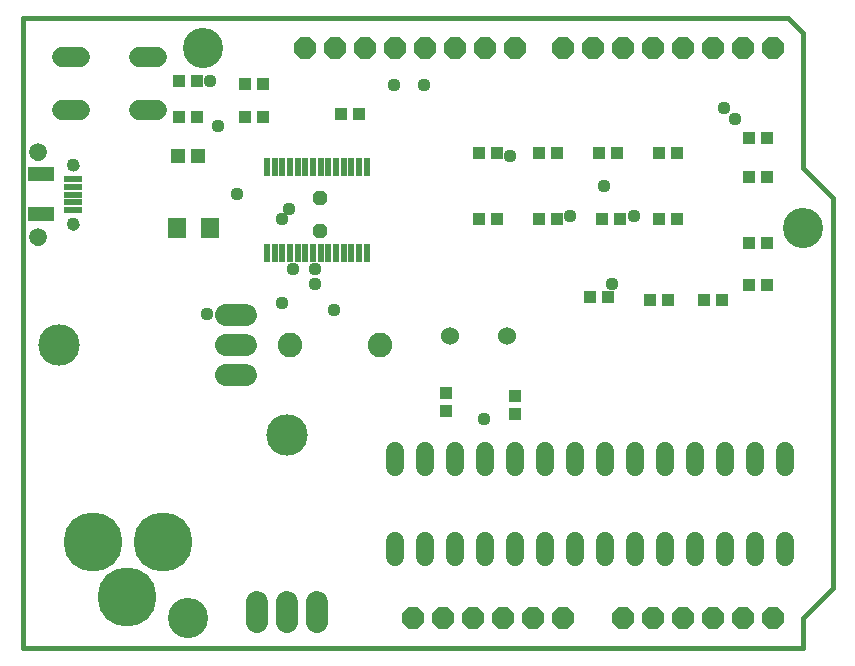
<source format=gts>
G75*
%MOIN*%
%OFA0B0*%
%FSLAX25Y25*%
%IPPOS*%
%LPD*%
%AMOC8*
5,1,8,0,0,1.08239X$1,22.5*
%
%ADD10C,0.01600*%
%ADD11C,0.07400*%
%ADD12C,0.00000*%
%ADD13C,0.13800*%
%ADD14C,0.06000*%
%ADD15C,0.06800*%
%ADD16OC8,0.07400*%
%ADD17C,0.13398*%
%ADD18C,0.19698*%
%ADD19C,0.06000*%
%ADD20C,0.08200*%
%ADD21R,0.03950X0.03950*%
%ADD22R,0.06312X0.07099*%
%ADD23R,0.05131X0.04737*%
%ADD24R,0.02170X0.06300*%
%ADD25R,0.06115X0.02178*%
%ADD26C,0.05918*%
%ADD27C,0.04343*%
%ADD28R,0.09068X0.05131*%
%ADD29C,0.04400*%
%ADD30OC8,0.04762*%
D10*
X0027000Y0006800D02*
X0027000Y0216800D01*
X0282000Y0216800D01*
X0287000Y0211800D01*
X0287000Y0166800D01*
X0297000Y0156800D01*
X0297000Y0026800D01*
X0287000Y0016800D01*
X0287000Y0006800D01*
X0027000Y0006800D01*
D11*
X0105000Y0015500D02*
X0105000Y0022100D01*
X0115000Y0022100D02*
X0115000Y0015500D01*
X0125000Y0015500D02*
X0125000Y0022100D01*
X0101300Y0097800D02*
X0094700Y0097800D01*
X0094700Y0107800D02*
X0101300Y0107800D01*
X0101300Y0117800D02*
X0094700Y0117800D01*
D12*
X0042039Y0147957D02*
X0042041Y0148041D01*
X0042047Y0148124D01*
X0042057Y0148207D01*
X0042071Y0148290D01*
X0042088Y0148372D01*
X0042110Y0148453D01*
X0042135Y0148532D01*
X0042164Y0148611D01*
X0042197Y0148688D01*
X0042233Y0148763D01*
X0042273Y0148837D01*
X0042316Y0148909D01*
X0042363Y0148978D01*
X0042413Y0149045D01*
X0042466Y0149110D01*
X0042522Y0149172D01*
X0042580Y0149232D01*
X0042642Y0149289D01*
X0042706Y0149342D01*
X0042773Y0149393D01*
X0042842Y0149440D01*
X0042913Y0149485D01*
X0042986Y0149525D01*
X0043061Y0149562D01*
X0043138Y0149596D01*
X0043216Y0149626D01*
X0043295Y0149652D01*
X0043376Y0149675D01*
X0043458Y0149693D01*
X0043540Y0149708D01*
X0043623Y0149719D01*
X0043706Y0149726D01*
X0043790Y0149729D01*
X0043874Y0149728D01*
X0043957Y0149723D01*
X0044041Y0149714D01*
X0044123Y0149701D01*
X0044205Y0149685D01*
X0044286Y0149664D01*
X0044367Y0149640D01*
X0044445Y0149612D01*
X0044523Y0149580D01*
X0044599Y0149544D01*
X0044673Y0149505D01*
X0044745Y0149463D01*
X0044815Y0149417D01*
X0044883Y0149368D01*
X0044948Y0149316D01*
X0045011Y0149261D01*
X0045071Y0149203D01*
X0045129Y0149142D01*
X0045183Y0149078D01*
X0045235Y0149012D01*
X0045283Y0148944D01*
X0045328Y0148873D01*
X0045369Y0148800D01*
X0045408Y0148726D01*
X0045442Y0148650D01*
X0045473Y0148572D01*
X0045500Y0148493D01*
X0045524Y0148412D01*
X0045543Y0148331D01*
X0045559Y0148249D01*
X0045571Y0148166D01*
X0045579Y0148082D01*
X0045583Y0147999D01*
X0045583Y0147915D01*
X0045579Y0147832D01*
X0045571Y0147748D01*
X0045559Y0147665D01*
X0045543Y0147583D01*
X0045524Y0147502D01*
X0045500Y0147421D01*
X0045473Y0147342D01*
X0045442Y0147264D01*
X0045408Y0147188D01*
X0045369Y0147114D01*
X0045328Y0147041D01*
X0045283Y0146970D01*
X0045235Y0146902D01*
X0045183Y0146836D01*
X0045129Y0146772D01*
X0045071Y0146711D01*
X0045011Y0146653D01*
X0044948Y0146598D01*
X0044883Y0146546D01*
X0044815Y0146497D01*
X0044745Y0146451D01*
X0044673Y0146409D01*
X0044599Y0146370D01*
X0044523Y0146334D01*
X0044445Y0146302D01*
X0044367Y0146274D01*
X0044286Y0146250D01*
X0044205Y0146229D01*
X0044123Y0146213D01*
X0044041Y0146200D01*
X0043957Y0146191D01*
X0043874Y0146186D01*
X0043790Y0146185D01*
X0043706Y0146188D01*
X0043623Y0146195D01*
X0043540Y0146206D01*
X0043458Y0146221D01*
X0043376Y0146239D01*
X0043295Y0146262D01*
X0043216Y0146288D01*
X0043138Y0146318D01*
X0043061Y0146352D01*
X0042986Y0146389D01*
X0042913Y0146429D01*
X0042842Y0146474D01*
X0042773Y0146521D01*
X0042706Y0146572D01*
X0042642Y0146625D01*
X0042580Y0146682D01*
X0042522Y0146742D01*
X0042466Y0146804D01*
X0042413Y0146869D01*
X0042363Y0146936D01*
X0042316Y0147005D01*
X0042273Y0147077D01*
X0042233Y0147151D01*
X0042197Y0147226D01*
X0042164Y0147303D01*
X0042135Y0147382D01*
X0042110Y0147461D01*
X0042088Y0147542D01*
X0042071Y0147624D01*
X0042057Y0147707D01*
X0042047Y0147790D01*
X0042041Y0147873D01*
X0042039Y0147957D01*
X0029441Y0143627D02*
X0029443Y0143728D01*
X0029449Y0143829D01*
X0029459Y0143930D01*
X0029473Y0144030D01*
X0029491Y0144129D01*
X0029513Y0144228D01*
X0029538Y0144326D01*
X0029568Y0144423D01*
X0029601Y0144518D01*
X0029638Y0144612D01*
X0029679Y0144705D01*
X0029723Y0144796D01*
X0029771Y0144885D01*
X0029823Y0144972D01*
X0029878Y0145057D01*
X0029936Y0145139D01*
X0029997Y0145220D01*
X0030062Y0145298D01*
X0030129Y0145373D01*
X0030199Y0145445D01*
X0030273Y0145515D01*
X0030349Y0145582D01*
X0030427Y0145646D01*
X0030508Y0145706D01*
X0030591Y0145763D01*
X0030677Y0145817D01*
X0030765Y0145868D01*
X0030854Y0145915D01*
X0030945Y0145959D01*
X0031038Y0145998D01*
X0031133Y0146035D01*
X0031228Y0146067D01*
X0031325Y0146096D01*
X0031424Y0146120D01*
X0031522Y0146141D01*
X0031622Y0146158D01*
X0031722Y0146171D01*
X0031823Y0146180D01*
X0031924Y0146185D01*
X0032025Y0146186D01*
X0032126Y0146183D01*
X0032227Y0146176D01*
X0032328Y0146165D01*
X0032428Y0146150D01*
X0032527Y0146131D01*
X0032626Y0146108D01*
X0032723Y0146082D01*
X0032820Y0146051D01*
X0032915Y0146017D01*
X0033008Y0145979D01*
X0033101Y0145937D01*
X0033191Y0145892D01*
X0033280Y0145843D01*
X0033366Y0145791D01*
X0033450Y0145735D01*
X0033533Y0145676D01*
X0033612Y0145614D01*
X0033690Y0145549D01*
X0033764Y0145481D01*
X0033836Y0145409D01*
X0033905Y0145336D01*
X0033971Y0145259D01*
X0034034Y0145180D01*
X0034094Y0145098D01*
X0034150Y0145014D01*
X0034203Y0144928D01*
X0034253Y0144840D01*
X0034299Y0144750D01*
X0034342Y0144659D01*
X0034381Y0144565D01*
X0034416Y0144470D01*
X0034447Y0144374D01*
X0034475Y0144277D01*
X0034499Y0144179D01*
X0034519Y0144080D01*
X0034535Y0143980D01*
X0034547Y0143879D01*
X0034555Y0143779D01*
X0034559Y0143678D01*
X0034559Y0143576D01*
X0034555Y0143475D01*
X0034547Y0143375D01*
X0034535Y0143274D01*
X0034519Y0143174D01*
X0034499Y0143075D01*
X0034475Y0142977D01*
X0034447Y0142880D01*
X0034416Y0142784D01*
X0034381Y0142689D01*
X0034342Y0142595D01*
X0034299Y0142504D01*
X0034253Y0142414D01*
X0034203Y0142326D01*
X0034150Y0142240D01*
X0034094Y0142156D01*
X0034034Y0142074D01*
X0033971Y0141995D01*
X0033905Y0141918D01*
X0033836Y0141845D01*
X0033764Y0141773D01*
X0033690Y0141705D01*
X0033612Y0141640D01*
X0033533Y0141578D01*
X0033450Y0141519D01*
X0033366Y0141463D01*
X0033279Y0141411D01*
X0033191Y0141362D01*
X0033101Y0141317D01*
X0033008Y0141275D01*
X0032915Y0141237D01*
X0032820Y0141203D01*
X0032723Y0141172D01*
X0032626Y0141146D01*
X0032527Y0141123D01*
X0032428Y0141104D01*
X0032328Y0141089D01*
X0032227Y0141078D01*
X0032126Y0141071D01*
X0032025Y0141068D01*
X0031924Y0141069D01*
X0031823Y0141074D01*
X0031722Y0141083D01*
X0031622Y0141096D01*
X0031522Y0141113D01*
X0031424Y0141134D01*
X0031325Y0141158D01*
X0031228Y0141187D01*
X0031133Y0141219D01*
X0031038Y0141256D01*
X0030945Y0141295D01*
X0030854Y0141339D01*
X0030765Y0141386D01*
X0030677Y0141437D01*
X0030591Y0141491D01*
X0030508Y0141548D01*
X0030427Y0141608D01*
X0030349Y0141672D01*
X0030273Y0141739D01*
X0030199Y0141809D01*
X0030129Y0141881D01*
X0030062Y0141956D01*
X0029997Y0142034D01*
X0029936Y0142115D01*
X0029878Y0142197D01*
X0029823Y0142282D01*
X0029771Y0142369D01*
X0029723Y0142458D01*
X0029679Y0142549D01*
X0029638Y0142642D01*
X0029601Y0142736D01*
X0029568Y0142831D01*
X0029538Y0142928D01*
X0029513Y0143026D01*
X0029491Y0143125D01*
X0029473Y0143224D01*
X0029459Y0143324D01*
X0029449Y0143425D01*
X0029443Y0143526D01*
X0029441Y0143627D01*
X0042039Y0167643D02*
X0042041Y0167727D01*
X0042047Y0167810D01*
X0042057Y0167893D01*
X0042071Y0167976D01*
X0042088Y0168058D01*
X0042110Y0168139D01*
X0042135Y0168218D01*
X0042164Y0168297D01*
X0042197Y0168374D01*
X0042233Y0168449D01*
X0042273Y0168523D01*
X0042316Y0168595D01*
X0042363Y0168664D01*
X0042413Y0168731D01*
X0042466Y0168796D01*
X0042522Y0168858D01*
X0042580Y0168918D01*
X0042642Y0168975D01*
X0042706Y0169028D01*
X0042773Y0169079D01*
X0042842Y0169126D01*
X0042913Y0169171D01*
X0042986Y0169211D01*
X0043061Y0169248D01*
X0043138Y0169282D01*
X0043216Y0169312D01*
X0043295Y0169338D01*
X0043376Y0169361D01*
X0043458Y0169379D01*
X0043540Y0169394D01*
X0043623Y0169405D01*
X0043706Y0169412D01*
X0043790Y0169415D01*
X0043874Y0169414D01*
X0043957Y0169409D01*
X0044041Y0169400D01*
X0044123Y0169387D01*
X0044205Y0169371D01*
X0044286Y0169350D01*
X0044367Y0169326D01*
X0044445Y0169298D01*
X0044523Y0169266D01*
X0044599Y0169230D01*
X0044673Y0169191D01*
X0044745Y0169149D01*
X0044815Y0169103D01*
X0044883Y0169054D01*
X0044948Y0169002D01*
X0045011Y0168947D01*
X0045071Y0168889D01*
X0045129Y0168828D01*
X0045183Y0168764D01*
X0045235Y0168698D01*
X0045283Y0168630D01*
X0045328Y0168559D01*
X0045369Y0168486D01*
X0045408Y0168412D01*
X0045442Y0168336D01*
X0045473Y0168258D01*
X0045500Y0168179D01*
X0045524Y0168098D01*
X0045543Y0168017D01*
X0045559Y0167935D01*
X0045571Y0167852D01*
X0045579Y0167768D01*
X0045583Y0167685D01*
X0045583Y0167601D01*
X0045579Y0167518D01*
X0045571Y0167434D01*
X0045559Y0167351D01*
X0045543Y0167269D01*
X0045524Y0167188D01*
X0045500Y0167107D01*
X0045473Y0167028D01*
X0045442Y0166950D01*
X0045408Y0166874D01*
X0045369Y0166800D01*
X0045328Y0166727D01*
X0045283Y0166656D01*
X0045235Y0166588D01*
X0045183Y0166522D01*
X0045129Y0166458D01*
X0045071Y0166397D01*
X0045011Y0166339D01*
X0044948Y0166284D01*
X0044883Y0166232D01*
X0044815Y0166183D01*
X0044745Y0166137D01*
X0044673Y0166095D01*
X0044599Y0166056D01*
X0044523Y0166020D01*
X0044445Y0165988D01*
X0044367Y0165960D01*
X0044286Y0165936D01*
X0044205Y0165915D01*
X0044123Y0165899D01*
X0044041Y0165886D01*
X0043957Y0165877D01*
X0043874Y0165872D01*
X0043790Y0165871D01*
X0043706Y0165874D01*
X0043623Y0165881D01*
X0043540Y0165892D01*
X0043458Y0165907D01*
X0043376Y0165925D01*
X0043295Y0165948D01*
X0043216Y0165974D01*
X0043138Y0166004D01*
X0043061Y0166038D01*
X0042986Y0166075D01*
X0042913Y0166115D01*
X0042842Y0166160D01*
X0042773Y0166207D01*
X0042706Y0166258D01*
X0042642Y0166311D01*
X0042580Y0166368D01*
X0042522Y0166428D01*
X0042466Y0166490D01*
X0042413Y0166555D01*
X0042363Y0166622D01*
X0042316Y0166691D01*
X0042273Y0166763D01*
X0042233Y0166837D01*
X0042197Y0166912D01*
X0042164Y0166989D01*
X0042135Y0167068D01*
X0042110Y0167147D01*
X0042088Y0167228D01*
X0042071Y0167310D01*
X0042057Y0167393D01*
X0042047Y0167476D01*
X0042041Y0167559D01*
X0042039Y0167643D01*
X0029441Y0171973D02*
X0029443Y0172074D01*
X0029449Y0172175D01*
X0029459Y0172276D01*
X0029473Y0172376D01*
X0029491Y0172475D01*
X0029513Y0172574D01*
X0029538Y0172672D01*
X0029568Y0172769D01*
X0029601Y0172864D01*
X0029638Y0172958D01*
X0029679Y0173051D01*
X0029723Y0173142D01*
X0029771Y0173231D01*
X0029823Y0173318D01*
X0029878Y0173403D01*
X0029936Y0173485D01*
X0029997Y0173566D01*
X0030062Y0173644D01*
X0030129Y0173719D01*
X0030199Y0173791D01*
X0030273Y0173861D01*
X0030349Y0173928D01*
X0030427Y0173992D01*
X0030508Y0174052D01*
X0030591Y0174109D01*
X0030677Y0174163D01*
X0030765Y0174214D01*
X0030854Y0174261D01*
X0030945Y0174305D01*
X0031038Y0174344D01*
X0031133Y0174381D01*
X0031228Y0174413D01*
X0031325Y0174442D01*
X0031424Y0174466D01*
X0031522Y0174487D01*
X0031622Y0174504D01*
X0031722Y0174517D01*
X0031823Y0174526D01*
X0031924Y0174531D01*
X0032025Y0174532D01*
X0032126Y0174529D01*
X0032227Y0174522D01*
X0032328Y0174511D01*
X0032428Y0174496D01*
X0032527Y0174477D01*
X0032626Y0174454D01*
X0032723Y0174428D01*
X0032820Y0174397D01*
X0032915Y0174363D01*
X0033008Y0174325D01*
X0033101Y0174283D01*
X0033191Y0174238D01*
X0033280Y0174189D01*
X0033366Y0174137D01*
X0033450Y0174081D01*
X0033533Y0174022D01*
X0033612Y0173960D01*
X0033690Y0173895D01*
X0033764Y0173827D01*
X0033836Y0173755D01*
X0033905Y0173682D01*
X0033971Y0173605D01*
X0034034Y0173526D01*
X0034094Y0173444D01*
X0034150Y0173360D01*
X0034203Y0173274D01*
X0034253Y0173186D01*
X0034299Y0173096D01*
X0034342Y0173005D01*
X0034381Y0172911D01*
X0034416Y0172816D01*
X0034447Y0172720D01*
X0034475Y0172623D01*
X0034499Y0172525D01*
X0034519Y0172426D01*
X0034535Y0172326D01*
X0034547Y0172225D01*
X0034555Y0172125D01*
X0034559Y0172024D01*
X0034559Y0171922D01*
X0034555Y0171821D01*
X0034547Y0171721D01*
X0034535Y0171620D01*
X0034519Y0171520D01*
X0034499Y0171421D01*
X0034475Y0171323D01*
X0034447Y0171226D01*
X0034416Y0171130D01*
X0034381Y0171035D01*
X0034342Y0170941D01*
X0034299Y0170850D01*
X0034253Y0170760D01*
X0034203Y0170672D01*
X0034150Y0170586D01*
X0034094Y0170502D01*
X0034034Y0170420D01*
X0033971Y0170341D01*
X0033905Y0170264D01*
X0033836Y0170191D01*
X0033764Y0170119D01*
X0033690Y0170051D01*
X0033612Y0169986D01*
X0033533Y0169924D01*
X0033450Y0169865D01*
X0033366Y0169809D01*
X0033279Y0169757D01*
X0033191Y0169708D01*
X0033101Y0169663D01*
X0033008Y0169621D01*
X0032915Y0169583D01*
X0032820Y0169549D01*
X0032723Y0169518D01*
X0032626Y0169492D01*
X0032527Y0169469D01*
X0032428Y0169450D01*
X0032328Y0169435D01*
X0032227Y0169424D01*
X0032126Y0169417D01*
X0032025Y0169414D01*
X0031924Y0169415D01*
X0031823Y0169420D01*
X0031722Y0169429D01*
X0031622Y0169442D01*
X0031522Y0169459D01*
X0031424Y0169480D01*
X0031325Y0169504D01*
X0031228Y0169533D01*
X0031133Y0169565D01*
X0031038Y0169602D01*
X0030945Y0169641D01*
X0030854Y0169685D01*
X0030765Y0169732D01*
X0030677Y0169783D01*
X0030591Y0169837D01*
X0030508Y0169894D01*
X0030427Y0169954D01*
X0030349Y0170018D01*
X0030273Y0170085D01*
X0030199Y0170155D01*
X0030129Y0170227D01*
X0030062Y0170302D01*
X0029997Y0170380D01*
X0029936Y0170461D01*
X0029878Y0170543D01*
X0029823Y0170628D01*
X0029771Y0170715D01*
X0029723Y0170804D01*
X0029679Y0170895D01*
X0029638Y0170988D01*
X0029601Y0171082D01*
X0029568Y0171177D01*
X0029538Y0171274D01*
X0029513Y0171372D01*
X0029491Y0171471D01*
X0029473Y0171570D01*
X0029459Y0171670D01*
X0029449Y0171771D01*
X0029443Y0171872D01*
X0029441Y0171973D01*
X0080701Y0206800D02*
X0080703Y0206958D01*
X0080709Y0207116D01*
X0080719Y0207274D01*
X0080733Y0207432D01*
X0080751Y0207589D01*
X0080772Y0207746D01*
X0080798Y0207902D01*
X0080828Y0208058D01*
X0080861Y0208213D01*
X0080899Y0208366D01*
X0080940Y0208519D01*
X0080985Y0208671D01*
X0081034Y0208822D01*
X0081087Y0208971D01*
X0081143Y0209119D01*
X0081203Y0209265D01*
X0081267Y0209410D01*
X0081335Y0209553D01*
X0081406Y0209695D01*
X0081480Y0209835D01*
X0081558Y0209972D01*
X0081640Y0210108D01*
X0081724Y0210242D01*
X0081813Y0210373D01*
X0081904Y0210502D01*
X0081999Y0210629D01*
X0082096Y0210754D01*
X0082197Y0210876D01*
X0082301Y0210995D01*
X0082408Y0211112D01*
X0082518Y0211226D01*
X0082631Y0211337D01*
X0082746Y0211446D01*
X0082864Y0211551D01*
X0082985Y0211653D01*
X0083108Y0211753D01*
X0083234Y0211849D01*
X0083362Y0211942D01*
X0083492Y0212032D01*
X0083625Y0212118D01*
X0083760Y0212202D01*
X0083896Y0212281D01*
X0084035Y0212358D01*
X0084176Y0212430D01*
X0084318Y0212500D01*
X0084462Y0212565D01*
X0084608Y0212627D01*
X0084755Y0212685D01*
X0084904Y0212740D01*
X0085054Y0212791D01*
X0085205Y0212838D01*
X0085357Y0212881D01*
X0085510Y0212920D01*
X0085665Y0212956D01*
X0085820Y0212987D01*
X0085976Y0213015D01*
X0086132Y0213039D01*
X0086289Y0213059D01*
X0086447Y0213075D01*
X0086604Y0213087D01*
X0086763Y0213095D01*
X0086921Y0213099D01*
X0087079Y0213099D01*
X0087237Y0213095D01*
X0087396Y0213087D01*
X0087553Y0213075D01*
X0087711Y0213059D01*
X0087868Y0213039D01*
X0088024Y0213015D01*
X0088180Y0212987D01*
X0088335Y0212956D01*
X0088490Y0212920D01*
X0088643Y0212881D01*
X0088795Y0212838D01*
X0088946Y0212791D01*
X0089096Y0212740D01*
X0089245Y0212685D01*
X0089392Y0212627D01*
X0089538Y0212565D01*
X0089682Y0212500D01*
X0089824Y0212430D01*
X0089965Y0212358D01*
X0090104Y0212281D01*
X0090240Y0212202D01*
X0090375Y0212118D01*
X0090508Y0212032D01*
X0090638Y0211942D01*
X0090766Y0211849D01*
X0090892Y0211753D01*
X0091015Y0211653D01*
X0091136Y0211551D01*
X0091254Y0211446D01*
X0091369Y0211337D01*
X0091482Y0211226D01*
X0091592Y0211112D01*
X0091699Y0210995D01*
X0091803Y0210876D01*
X0091904Y0210754D01*
X0092001Y0210629D01*
X0092096Y0210502D01*
X0092187Y0210373D01*
X0092276Y0210242D01*
X0092360Y0210108D01*
X0092442Y0209972D01*
X0092520Y0209835D01*
X0092594Y0209695D01*
X0092665Y0209553D01*
X0092733Y0209410D01*
X0092797Y0209265D01*
X0092857Y0209119D01*
X0092913Y0208971D01*
X0092966Y0208822D01*
X0093015Y0208671D01*
X0093060Y0208519D01*
X0093101Y0208366D01*
X0093139Y0208213D01*
X0093172Y0208058D01*
X0093202Y0207902D01*
X0093228Y0207746D01*
X0093249Y0207589D01*
X0093267Y0207432D01*
X0093281Y0207274D01*
X0093291Y0207116D01*
X0093297Y0206958D01*
X0093299Y0206800D01*
X0093297Y0206642D01*
X0093291Y0206484D01*
X0093281Y0206326D01*
X0093267Y0206168D01*
X0093249Y0206011D01*
X0093228Y0205854D01*
X0093202Y0205698D01*
X0093172Y0205542D01*
X0093139Y0205387D01*
X0093101Y0205234D01*
X0093060Y0205081D01*
X0093015Y0204929D01*
X0092966Y0204778D01*
X0092913Y0204629D01*
X0092857Y0204481D01*
X0092797Y0204335D01*
X0092733Y0204190D01*
X0092665Y0204047D01*
X0092594Y0203905D01*
X0092520Y0203765D01*
X0092442Y0203628D01*
X0092360Y0203492D01*
X0092276Y0203358D01*
X0092187Y0203227D01*
X0092096Y0203098D01*
X0092001Y0202971D01*
X0091904Y0202846D01*
X0091803Y0202724D01*
X0091699Y0202605D01*
X0091592Y0202488D01*
X0091482Y0202374D01*
X0091369Y0202263D01*
X0091254Y0202154D01*
X0091136Y0202049D01*
X0091015Y0201947D01*
X0090892Y0201847D01*
X0090766Y0201751D01*
X0090638Y0201658D01*
X0090508Y0201568D01*
X0090375Y0201482D01*
X0090240Y0201398D01*
X0090104Y0201319D01*
X0089965Y0201242D01*
X0089824Y0201170D01*
X0089682Y0201100D01*
X0089538Y0201035D01*
X0089392Y0200973D01*
X0089245Y0200915D01*
X0089096Y0200860D01*
X0088946Y0200809D01*
X0088795Y0200762D01*
X0088643Y0200719D01*
X0088490Y0200680D01*
X0088335Y0200644D01*
X0088180Y0200613D01*
X0088024Y0200585D01*
X0087868Y0200561D01*
X0087711Y0200541D01*
X0087553Y0200525D01*
X0087396Y0200513D01*
X0087237Y0200505D01*
X0087079Y0200501D01*
X0086921Y0200501D01*
X0086763Y0200505D01*
X0086604Y0200513D01*
X0086447Y0200525D01*
X0086289Y0200541D01*
X0086132Y0200561D01*
X0085976Y0200585D01*
X0085820Y0200613D01*
X0085665Y0200644D01*
X0085510Y0200680D01*
X0085357Y0200719D01*
X0085205Y0200762D01*
X0085054Y0200809D01*
X0084904Y0200860D01*
X0084755Y0200915D01*
X0084608Y0200973D01*
X0084462Y0201035D01*
X0084318Y0201100D01*
X0084176Y0201170D01*
X0084035Y0201242D01*
X0083896Y0201319D01*
X0083760Y0201398D01*
X0083625Y0201482D01*
X0083492Y0201568D01*
X0083362Y0201658D01*
X0083234Y0201751D01*
X0083108Y0201847D01*
X0082985Y0201947D01*
X0082864Y0202049D01*
X0082746Y0202154D01*
X0082631Y0202263D01*
X0082518Y0202374D01*
X0082408Y0202488D01*
X0082301Y0202605D01*
X0082197Y0202724D01*
X0082096Y0202846D01*
X0081999Y0202971D01*
X0081904Y0203098D01*
X0081813Y0203227D01*
X0081724Y0203358D01*
X0081640Y0203492D01*
X0081558Y0203628D01*
X0081480Y0203765D01*
X0081406Y0203905D01*
X0081335Y0204047D01*
X0081267Y0204190D01*
X0081203Y0204335D01*
X0081143Y0204481D01*
X0081087Y0204629D01*
X0081034Y0204778D01*
X0080985Y0204929D01*
X0080940Y0205081D01*
X0080899Y0205234D01*
X0080861Y0205387D01*
X0080828Y0205542D01*
X0080798Y0205698D01*
X0080772Y0205854D01*
X0080751Y0206011D01*
X0080733Y0206168D01*
X0080719Y0206326D01*
X0080709Y0206484D01*
X0080703Y0206642D01*
X0080701Y0206800D01*
X0032500Y0107800D02*
X0032502Y0107961D01*
X0032508Y0108121D01*
X0032518Y0108282D01*
X0032532Y0108442D01*
X0032550Y0108602D01*
X0032571Y0108761D01*
X0032597Y0108920D01*
X0032627Y0109078D01*
X0032660Y0109235D01*
X0032698Y0109392D01*
X0032739Y0109547D01*
X0032784Y0109701D01*
X0032833Y0109854D01*
X0032886Y0110006D01*
X0032942Y0110157D01*
X0033003Y0110306D01*
X0033066Y0110454D01*
X0033134Y0110600D01*
X0033205Y0110744D01*
X0033279Y0110886D01*
X0033357Y0111027D01*
X0033439Y0111165D01*
X0033524Y0111302D01*
X0033612Y0111436D01*
X0033704Y0111568D01*
X0033799Y0111698D01*
X0033897Y0111826D01*
X0033998Y0111951D01*
X0034102Y0112073D01*
X0034209Y0112193D01*
X0034319Y0112310D01*
X0034432Y0112425D01*
X0034548Y0112536D01*
X0034667Y0112645D01*
X0034788Y0112750D01*
X0034912Y0112853D01*
X0035038Y0112953D01*
X0035166Y0113049D01*
X0035297Y0113142D01*
X0035431Y0113232D01*
X0035566Y0113319D01*
X0035704Y0113402D01*
X0035843Y0113482D01*
X0035985Y0113558D01*
X0036128Y0113631D01*
X0036273Y0113700D01*
X0036420Y0113766D01*
X0036568Y0113828D01*
X0036718Y0113886D01*
X0036869Y0113941D01*
X0037022Y0113992D01*
X0037176Y0114039D01*
X0037331Y0114082D01*
X0037487Y0114121D01*
X0037643Y0114157D01*
X0037801Y0114188D01*
X0037959Y0114216D01*
X0038118Y0114240D01*
X0038278Y0114260D01*
X0038438Y0114276D01*
X0038598Y0114288D01*
X0038759Y0114296D01*
X0038920Y0114300D01*
X0039080Y0114300D01*
X0039241Y0114296D01*
X0039402Y0114288D01*
X0039562Y0114276D01*
X0039722Y0114260D01*
X0039882Y0114240D01*
X0040041Y0114216D01*
X0040199Y0114188D01*
X0040357Y0114157D01*
X0040513Y0114121D01*
X0040669Y0114082D01*
X0040824Y0114039D01*
X0040978Y0113992D01*
X0041131Y0113941D01*
X0041282Y0113886D01*
X0041432Y0113828D01*
X0041580Y0113766D01*
X0041727Y0113700D01*
X0041872Y0113631D01*
X0042015Y0113558D01*
X0042157Y0113482D01*
X0042296Y0113402D01*
X0042434Y0113319D01*
X0042569Y0113232D01*
X0042703Y0113142D01*
X0042834Y0113049D01*
X0042962Y0112953D01*
X0043088Y0112853D01*
X0043212Y0112750D01*
X0043333Y0112645D01*
X0043452Y0112536D01*
X0043568Y0112425D01*
X0043681Y0112310D01*
X0043791Y0112193D01*
X0043898Y0112073D01*
X0044002Y0111951D01*
X0044103Y0111826D01*
X0044201Y0111698D01*
X0044296Y0111568D01*
X0044388Y0111436D01*
X0044476Y0111302D01*
X0044561Y0111165D01*
X0044643Y0111027D01*
X0044721Y0110886D01*
X0044795Y0110744D01*
X0044866Y0110600D01*
X0044934Y0110454D01*
X0044997Y0110306D01*
X0045058Y0110157D01*
X0045114Y0110006D01*
X0045167Y0109854D01*
X0045216Y0109701D01*
X0045261Y0109547D01*
X0045302Y0109392D01*
X0045340Y0109235D01*
X0045373Y0109078D01*
X0045403Y0108920D01*
X0045429Y0108761D01*
X0045450Y0108602D01*
X0045468Y0108442D01*
X0045482Y0108282D01*
X0045492Y0108121D01*
X0045498Y0107961D01*
X0045500Y0107800D01*
X0045498Y0107639D01*
X0045492Y0107479D01*
X0045482Y0107318D01*
X0045468Y0107158D01*
X0045450Y0106998D01*
X0045429Y0106839D01*
X0045403Y0106680D01*
X0045373Y0106522D01*
X0045340Y0106365D01*
X0045302Y0106208D01*
X0045261Y0106053D01*
X0045216Y0105899D01*
X0045167Y0105746D01*
X0045114Y0105594D01*
X0045058Y0105443D01*
X0044997Y0105294D01*
X0044934Y0105146D01*
X0044866Y0105000D01*
X0044795Y0104856D01*
X0044721Y0104714D01*
X0044643Y0104573D01*
X0044561Y0104435D01*
X0044476Y0104298D01*
X0044388Y0104164D01*
X0044296Y0104032D01*
X0044201Y0103902D01*
X0044103Y0103774D01*
X0044002Y0103649D01*
X0043898Y0103527D01*
X0043791Y0103407D01*
X0043681Y0103290D01*
X0043568Y0103175D01*
X0043452Y0103064D01*
X0043333Y0102955D01*
X0043212Y0102850D01*
X0043088Y0102747D01*
X0042962Y0102647D01*
X0042834Y0102551D01*
X0042703Y0102458D01*
X0042569Y0102368D01*
X0042434Y0102281D01*
X0042296Y0102198D01*
X0042157Y0102118D01*
X0042015Y0102042D01*
X0041872Y0101969D01*
X0041727Y0101900D01*
X0041580Y0101834D01*
X0041432Y0101772D01*
X0041282Y0101714D01*
X0041131Y0101659D01*
X0040978Y0101608D01*
X0040824Y0101561D01*
X0040669Y0101518D01*
X0040513Y0101479D01*
X0040357Y0101443D01*
X0040199Y0101412D01*
X0040041Y0101384D01*
X0039882Y0101360D01*
X0039722Y0101340D01*
X0039562Y0101324D01*
X0039402Y0101312D01*
X0039241Y0101304D01*
X0039080Y0101300D01*
X0038920Y0101300D01*
X0038759Y0101304D01*
X0038598Y0101312D01*
X0038438Y0101324D01*
X0038278Y0101340D01*
X0038118Y0101360D01*
X0037959Y0101384D01*
X0037801Y0101412D01*
X0037643Y0101443D01*
X0037487Y0101479D01*
X0037331Y0101518D01*
X0037176Y0101561D01*
X0037022Y0101608D01*
X0036869Y0101659D01*
X0036718Y0101714D01*
X0036568Y0101772D01*
X0036420Y0101834D01*
X0036273Y0101900D01*
X0036128Y0101969D01*
X0035985Y0102042D01*
X0035843Y0102118D01*
X0035704Y0102198D01*
X0035566Y0102281D01*
X0035431Y0102368D01*
X0035297Y0102458D01*
X0035166Y0102551D01*
X0035038Y0102647D01*
X0034912Y0102747D01*
X0034788Y0102850D01*
X0034667Y0102955D01*
X0034548Y0103064D01*
X0034432Y0103175D01*
X0034319Y0103290D01*
X0034209Y0103407D01*
X0034102Y0103527D01*
X0033998Y0103649D01*
X0033897Y0103774D01*
X0033799Y0103902D01*
X0033704Y0104032D01*
X0033612Y0104164D01*
X0033524Y0104298D01*
X0033439Y0104435D01*
X0033357Y0104573D01*
X0033279Y0104714D01*
X0033205Y0104856D01*
X0033134Y0105000D01*
X0033066Y0105146D01*
X0033003Y0105294D01*
X0032942Y0105443D01*
X0032886Y0105594D01*
X0032833Y0105746D01*
X0032784Y0105899D01*
X0032739Y0106053D01*
X0032698Y0106208D01*
X0032660Y0106365D01*
X0032627Y0106522D01*
X0032597Y0106680D01*
X0032571Y0106839D01*
X0032550Y0106998D01*
X0032532Y0107158D01*
X0032518Y0107318D01*
X0032508Y0107479D01*
X0032502Y0107639D01*
X0032500Y0107800D01*
X0108500Y0077800D02*
X0108502Y0077961D01*
X0108508Y0078121D01*
X0108518Y0078282D01*
X0108532Y0078442D01*
X0108550Y0078602D01*
X0108571Y0078761D01*
X0108597Y0078920D01*
X0108627Y0079078D01*
X0108660Y0079235D01*
X0108698Y0079392D01*
X0108739Y0079547D01*
X0108784Y0079701D01*
X0108833Y0079854D01*
X0108886Y0080006D01*
X0108942Y0080157D01*
X0109003Y0080306D01*
X0109066Y0080454D01*
X0109134Y0080600D01*
X0109205Y0080744D01*
X0109279Y0080886D01*
X0109357Y0081027D01*
X0109439Y0081165D01*
X0109524Y0081302D01*
X0109612Y0081436D01*
X0109704Y0081568D01*
X0109799Y0081698D01*
X0109897Y0081826D01*
X0109998Y0081951D01*
X0110102Y0082073D01*
X0110209Y0082193D01*
X0110319Y0082310D01*
X0110432Y0082425D01*
X0110548Y0082536D01*
X0110667Y0082645D01*
X0110788Y0082750D01*
X0110912Y0082853D01*
X0111038Y0082953D01*
X0111166Y0083049D01*
X0111297Y0083142D01*
X0111431Y0083232D01*
X0111566Y0083319D01*
X0111704Y0083402D01*
X0111843Y0083482D01*
X0111985Y0083558D01*
X0112128Y0083631D01*
X0112273Y0083700D01*
X0112420Y0083766D01*
X0112568Y0083828D01*
X0112718Y0083886D01*
X0112869Y0083941D01*
X0113022Y0083992D01*
X0113176Y0084039D01*
X0113331Y0084082D01*
X0113487Y0084121D01*
X0113643Y0084157D01*
X0113801Y0084188D01*
X0113959Y0084216D01*
X0114118Y0084240D01*
X0114278Y0084260D01*
X0114438Y0084276D01*
X0114598Y0084288D01*
X0114759Y0084296D01*
X0114920Y0084300D01*
X0115080Y0084300D01*
X0115241Y0084296D01*
X0115402Y0084288D01*
X0115562Y0084276D01*
X0115722Y0084260D01*
X0115882Y0084240D01*
X0116041Y0084216D01*
X0116199Y0084188D01*
X0116357Y0084157D01*
X0116513Y0084121D01*
X0116669Y0084082D01*
X0116824Y0084039D01*
X0116978Y0083992D01*
X0117131Y0083941D01*
X0117282Y0083886D01*
X0117432Y0083828D01*
X0117580Y0083766D01*
X0117727Y0083700D01*
X0117872Y0083631D01*
X0118015Y0083558D01*
X0118157Y0083482D01*
X0118296Y0083402D01*
X0118434Y0083319D01*
X0118569Y0083232D01*
X0118703Y0083142D01*
X0118834Y0083049D01*
X0118962Y0082953D01*
X0119088Y0082853D01*
X0119212Y0082750D01*
X0119333Y0082645D01*
X0119452Y0082536D01*
X0119568Y0082425D01*
X0119681Y0082310D01*
X0119791Y0082193D01*
X0119898Y0082073D01*
X0120002Y0081951D01*
X0120103Y0081826D01*
X0120201Y0081698D01*
X0120296Y0081568D01*
X0120388Y0081436D01*
X0120476Y0081302D01*
X0120561Y0081165D01*
X0120643Y0081027D01*
X0120721Y0080886D01*
X0120795Y0080744D01*
X0120866Y0080600D01*
X0120934Y0080454D01*
X0120997Y0080306D01*
X0121058Y0080157D01*
X0121114Y0080006D01*
X0121167Y0079854D01*
X0121216Y0079701D01*
X0121261Y0079547D01*
X0121302Y0079392D01*
X0121340Y0079235D01*
X0121373Y0079078D01*
X0121403Y0078920D01*
X0121429Y0078761D01*
X0121450Y0078602D01*
X0121468Y0078442D01*
X0121482Y0078282D01*
X0121492Y0078121D01*
X0121498Y0077961D01*
X0121500Y0077800D01*
X0121498Y0077639D01*
X0121492Y0077479D01*
X0121482Y0077318D01*
X0121468Y0077158D01*
X0121450Y0076998D01*
X0121429Y0076839D01*
X0121403Y0076680D01*
X0121373Y0076522D01*
X0121340Y0076365D01*
X0121302Y0076208D01*
X0121261Y0076053D01*
X0121216Y0075899D01*
X0121167Y0075746D01*
X0121114Y0075594D01*
X0121058Y0075443D01*
X0120997Y0075294D01*
X0120934Y0075146D01*
X0120866Y0075000D01*
X0120795Y0074856D01*
X0120721Y0074714D01*
X0120643Y0074573D01*
X0120561Y0074435D01*
X0120476Y0074298D01*
X0120388Y0074164D01*
X0120296Y0074032D01*
X0120201Y0073902D01*
X0120103Y0073774D01*
X0120002Y0073649D01*
X0119898Y0073527D01*
X0119791Y0073407D01*
X0119681Y0073290D01*
X0119568Y0073175D01*
X0119452Y0073064D01*
X0119333Y0072955D01*
X0119212Y0072850D01*
X0119088Y0072747D01*
X0118962Y0072647D01*
X0118834Y0072551D01*
X0118703Y0072458D01*
X0118569Y0072368D01*
X0118434Y0072281D01*
X0118296Y0072198D01*
X0118157Y0072118D01*
X0118015Y0072042D01*
X0117872Y0071969D01*
X0117727Y0071900D01*
X0117580Y0071834D01*
X0117432Y0071772D01*
X0117282Y0071714D01*
X0117131Y0071659D01*
X0116978Y0071608D01*
X0116824Y0071561D01*
X0116669Y0071518D01*
X0116513Y0071479D01*
X0116357Y0071443D01*
X0116199Y0071412D01*
X0116041Y0071384D01*
X0115882Y0071360D01*
X0115722Y0071340D01*
X0115562Y0071324D01*
X0115402Y0071312D01*
X0115241Y0071304D01*
X0115080Y0071300D01*
X0114920Y0071300D01*
X0114759Y0071304D01*
X0114598Y0071312D01*
X0114438Y0071324D01*
X0114278Y0071340D01*
X0114118Y0071360D01*
X0113959Y0071384D01*
X0113801Y0071412D01*
X0113643Y0071443D01*
X0113487Y0071479D01*
X0113331Y0071518D01*
X0113176Y0071561D01*
X0113022Y0071608D01*
X0112869Y0071659D01*
X0112718Y0071714D01*
X0112568Y0071772D01*
X0112420Y0071834D01*
X0112273Y0071900D01*
X0112128Y0071969D01*
X0111985Y0072042D01*
X0111843Y0072118D01*
X0111704Y0072198D01*
X0111566Y0072281D01*
X0111431Y0072368D01*
X0111297Y0072458D01*
X0111166Y0072551D01*
X0111038Y0072647D01*
X0110912Y0072747D01*
X0110788Y0072850D01*
X0110667Y0072955D01*
X0110548Y0073064D01*
X0110432Y0073175D01*
X0110319Y0073290D01*
X0110209Y0073407D01*
X0110102Y0073527D01*
X0109998Y0073649D01*
X0109897Y0073774D01*
X0109799Y0073902D01*
X0109704Y0074032D01*
X0109612Y0074164D01*
X0109524Y0074298D01*
X0109439Y0074435D01*
X0109357Y0074573D01*
X0109279Y0074714D01*
X0109205Y0074856D01*
X0109134Y0075000D01*
X0109066Y0075146D01*
X0109003Y0075294D01*
X0108942Y0075443D01*
X0108886Y0075594D01*
X0108833Y0075746D01*
X0108784Y0075899D01*
X0108739Y0076053D01*
X0108698Y0076208D01*
X0108660Y0076365D01*
X0108627Y0076522D01*
X0108597Y0076680D01*
X0108571Y0076839D01*
X0108550Y0076998D01*
X0108532Y0077158D01*
X0108518Y0077318D01*
X0108508Y0077479D01*
X0108502Y0077639D01*
X0108500Y0077800D01*
X0075701Y0016800D02*
X0075703Y0016958D01*
X0075709Y0017116D01*
X0075719Y0017274D01*
X0075733Y0017432D01*
X0075751Y0017589D01*
X0075772Y0017746D01*
X0075798Y0017902D01*
X0075828Y0018058D01*
X0075861Y0018213D01*
X0075899Y0018366D01*
X0075940Y0018519D01*
X0075985Y0018671D01*
X0076034Y0018822D01*
X0076087Y0018971D01*
X0076143Y0019119D01*
X0076203Y0019265D01*
X0076267Y0019410D01*
X0076335Y0019553D01*
X0076406Y0019695D01*
X0076480Y0019835D01*
X0076558Y0019972D01*
X0076640Y0020108D01*
X0076724Y0020242D01*
X0076813Y0020373D01*
X0076904Y0020502D01*
X0076999Y0020629D01*
X0077096Y0020754D01*
X0077197Y0020876D01*
X0077301Y0020995D01*
X0077408Y0021112D01*
X0077518Y0021226D01*
X0077631Y0021337D01*
X0077746Y0021446D01*
X0077864Y0021551D01*
X0077985Y0021653D01*
X0078108Y0021753D01*
X0078234Y0021849D01*
X0078362Y0021942D01*
X0078492Y0022032D01*
X0078625Y0022118D01*
X0078760Y0022202D01*
X0078896Y0022281D01*
X0079035Y0022358D01*
X0079176Y0022430D01*
X0079318Y0022500D01*
X0079462Y0022565D01*
X0079608Y0022627D01*
X0079755Y0022685D01*
X0079904Y0022740D01*
X0080054Y0022791D01*
X0080205Y0022838D01*
X0080357Y0022881D01*
X0080510Y0022920D01*
X0080665Y0022956D01*
X0080820Y0022987D01*
X0080976Y0023015D01*
X0081132Y0023039D01*
X0081289Y0023059D01*
X0081447Y0023075D01*
X0081604Y0023087D01*
X0081763Y0023095D01*
X0081921Y0023099D01*
X0082079Y0023099D01*
X0082237Y0023095D01*
X0082396Y0023087D01*
X0082553Y0023075D01*
X0082711Y0023059D01*
X0082868Y0023039D01*
X0083024Y0023015D01*
X0083180Y0022987D01*
X0083335Y0022956D01*
X0083490Y0022920D01*
X0083643Y0022881D01*
X0083795Y0022838D01*
X0083946Y0022791D01*
X0084096Y0022740D01*
X0084245Y0022685D01*
X0084392Y0022627D01*
X0084538Y0022565D01*
X0084682Y0022500D01*
X0084824Y0022430D01*
X0084965Y0022358D01*
X0085104Y0022281D01*
X0085240Y0022202D01*
X0085375Y0022118D01*
X0085508Y0022032D01*
X0085638Y0021942D01*
X0085766Y0021849D01*
X0085892Y0021753D01*
X0086015Y0021653D01*
X0086136Y0021551D01*
X0086254Y0021446D01*
X0086369Y0021337D01*
X0086482Y0021226D01*
X0086592Y0021112D01*
X0086699Y0020995D01*
X0086803Y0020876D01*
X0086904Y0020754D01*
X0087001Y0020629D01*
X0087096Y0020502D01*
X0087187Y0020373D01*
X0087276Y0020242D01*
X0087360Y0020108D01*
X0087442Y0019972D01*
X0087520Y0019835D01*
X0087594Y0019695D01*
X0087665Y0019553D01*
X0087733Y0019410D01*
X0087797Y0019265D01*
X0087857Y0019119D01*
X0087913Y0018971D01*
X0087966Y0018822D01*
X0088015Y0018671D01*
X0088060Y0018519D01*
X0088101Y0018366D01*
X0088139Y0018213D01*
X0088172Y0018058D01*
X0088202Y0017902D01*
X0088228Y0017746D01*
X0088249Y0017589D01*
X0088267Y0017432D01*
X0088281Y0017274D01*
X0088291Y0017116D01*
X0088297Y0016958D01*
X0088299Y0016800D01*
X0088297Y0016642D01*
X0088291Y0016484D01*
X0088281Y0016326D01*
X0088267Y0016168D01*
X0088249Y0016011D01*
X0088228Y0015854D01*
X0088202Y0015698D01*
X0088172Y0015542D01*
X0088139Y0015387D01*
X0088101Y0015234D01*
X0088060Y0015081D01*
X0088015Y0014929D01*
X0087966Y0014778D01*
X0087913Y0014629D01*
X0087857Y0014481D01*
X0087797Y0014335D01*
X0087733Y0014190D01*
X0087665Y0014047D01*
X0087594Y0013905D01*
X0087520Y0013765D01*
X0087442Y0013628D01*
X0087360Y0013492D01*
X0087276Y0013358D01*
X0087187Y0013227D01*
X0087096Y0013098D01*
X0087001Y0012971D01*
X0086904Y0012846D01*
X0086803Y0012724D01*
X0086699Y0012605D01*
X0086592Y0012488D01*
X0086482Y0012374D01*
X0086369Y0012263D01*
X0086254Y0012154D01*
X0086136Y0012049D01*
X0086015Y0011947D01*
X0085892Y0011847D01*
X0085766Y0011751D01*
X0085638Y0011658D01*
X0085508Y0011568D01*
X0085375Y0011482D01*
X0085240Y0011398D01*
X0085104Y0011319D01*
X0084965Y0011242D01*
X0084824Y0011170D01*
X0084682Y0011100D01*
X0084538Y0011035D01*
X0084392Y0010973D01*
X0084245Y0010915D01*
X0084096Y0010860D01*
X0083946Y0010809D01*
X0083795Y0010762D01*
X0083643Y0010719D01*
X0083490Y0010680D01*
X0083335Y0010644D01*
X0083180Y0010613D01*
X0083024Y0010585D01*
X0082868Y0010561D01*
X0082711Y0010541D01*
X0082553Y0010525D01*
X0082396Y0010513D01*
X0082237Y0010505D01*
X0082079Y0010501D01*
X0081921Y0010501D01*
X0081763Y0010505D01*
X0081604Y0010513D01*
X0081447Y0010525D01*
X0081289Y0010541D01*
X0081132Y0010561D01*
X0080976Y0010585D01*
X0080820Y0010613D01*
X0080665Y0010644D01*
X0080510Y0010680D01*
X0080357Y0010719D01*
X0080205Y0010762D01*
X0080054Y0010809D01*
X0079904Y0010860D01*
X0079755Y0010915D01*
X0079608Y0010973D01*
X0079462Y0011035D01*
X0079318Y0011100D01*
X0079176Y0011170D01*
X0079035Y0011242D01*
X0078896Y0011319D01*
X0078760Y0011398D01*
X0078625Y0011482D01*
X0078492Y0011568D01*
X0078362Y0011658D01*
X0078234Y0011751D01*
X0078108Y0011847D01*
X0077985Y0011947D01*
X0077864Y0012049D01*
X0077746Y0012154D01*
X0077631Y0012263D01*
X0077518Y0012374D01*
X0077408Y0012488D01*
X0077301Y0012605D01*
X0077197Y0012724D01*
X0077096Y0012846D01*
X0076999Y0012971D01*
X0076904Y0013098D01*
X0076813Y0013227D01*
X0076724Y0013358D01*
X0076640Y0013492D01*
X0076558Y0013628D01*
X0076480Y0013765D01*
X0076406Y0013905D01*
X0076335Y0014047D01*
X0076267Y0014190D01*
X0076203Y0014335D01*
X0076143Y0014481D01*
X0076087Y0014629D01*
X0076034Y0014778D01*
X0075985Y0014929D01*
X0075940Y0015081D01*
X0075899Y0015234D01*
X0075861Y0015387D01*
X0075828Y0015542D01*
X0075798Y0015698D01*
X0075772Y0015854D01*
X0075751Y0016011D01*
X0075733Y0016168D01*
X0075719Y0016326D01*
X0075709Y0016484D01*
X0075703Y0016642D01*
X0075701Y0016800D01*
X0280701Y0146800D02*
X0280703Y0146958D01*
X0280709Y0147116D01*
X0280719Y0147274D01*
X0280733Y0147432D01*
X0280751Y0147589D01*
X0280772Y0147746D01*
X0280798Y0147902D01*
X0280828Y0148058D01*
X0280861Y0148213D01*
X0280899Y0148366D01*
X0280940Y0148519D01*
X0280985Y0148671D01*
X0281034Y0148822D01*
X0281087Y0148971D01*
X0281143Y0149119D01*
X0281203Y0149265D01*
X0281267Y0149410D01*
X0281335Y0149553D01*
X0281406Y0149695D01*
X0281480Y0149835D01*
X0281558Y0149972D01*
X0281640Y0150108D01*
X0281724Y0150242D01*
X0281813Y0150373D01*
X0281904Y0150502D01*
X0281999Y0150629D01*
X0282096Y0150754D01*
X0282197Y0150876D01*
X0282301Y0150995D01*
X0282408Y0151112D01*
X0282518Y0151226D01*
X0282631Y0151337D01*
X0282746Y0151446D01*
X0282864Y0151551D01*
X0282985Y0151653D01*
X0283108Y0151753D01*
X0283234Y0151849D01*
X0283362Y0151942D01*
X0283492Y0152032D01*
X0283625Y0152118D01*
X0283760Y0152202D01*
X0283896Y0152281D01*
X0284035Y0152358D01*
X0284176Y0152430D01*
X0284318Y0152500D01*
X0284462Y0152565D01*
X0284608Y0152627D01*
X0284755Y0152685D01*
X0284904Y0152740D01*
X0285054Y0152791D01*
X0285205Y0152838D01*
X0285357Y0152881D01*
X0285510Y0152920D01*
X0285665Y0152956D01*
X0285820Y0152987D01*
X0285976Y0153015D01*
X0286132Y0153039D01*
X0286289Y0153059D01*
X0286447Y0153075D01*
X0286604Y0153087D01*
X0286763Y0153095D01*
X0286921Y0153099D01*
X0287079Y0153099D01*
X0287237Y0153095D01*
X0287396Y0153087D01*
X0287553Y0153075D01*
X0287711Y0153059D01*
X0287868Y0153039D01*
X0288024Y0153015D01*
X0288180Y0152987D01*
X0288335Y0152956D01*
X0288490Y0152920D01*
X0288643Y0152881D01*
X0288795Y0152838D01*
X0288946Y0152791D01*
X0289096Y0152740D01*
X0289245Y0152685D01*
X0289392Y0152627D01*
X0289538Y0152565D01*
X0289682Y0152500D01*
X0289824Y0152430D01*
X0289965Y0152358D01*
X0290104Y0152281D01*
X0290240Y0152202D01*
X0290375Y0152118D01*
X0290508Y0152032D01*
X0290638Y0151942D01*
X0290766Y0151849D01*
X0290892Y0151753D01*
X0291015Y0151653D01*
X0291136Y0151551D01*
X0291254Y0151446D01*
X0291369Y0151337D01*
X0291482Y0151226D01*
X0291592Y0151112D01*
X0291699Y0150995D01*
X0291803Y0150876D01*
X0291904Y0150754D01*
X0292001Y0150629D01*
X0292096Y0150502D01*
X0292187Y0150373D01*
X0292276Y0150242D01*
X0292360Y0150108D01*
X0292442Y0149972D01*
X0292520Y0149835D01*
X0292594Y0149695D01*
X0292665Y0149553D01*
X0292733Y0149410D01*
X0292797Y0149265D01*
X0292857Y0149119D01*
X0292913Y0148971D01*
X0292966Y0148822D01*
X0293015Y0148671D01*
X0293060Y0148519D01*
X0293101Y0148366D01*
X0293139Y0148213D01*
X0293172Y0148058D01*
X0293202Y0147902D01*
X0293228Y0147746D01*
X0293249Y0147589D01*
X0293267Y0147432D01*
X0293281Y0147274D01*
X0293291Y0147116D01*
X0293297Y0146958D01*
X0293299Y0146800D01*
X0293297Y0146642D01*
X0293291Y0146484D01*
X0293281Y0146326D01*
X0293267Y0146168D01*
X0293249Y0146011D01*
X0293228Y0145854D01*
X0293202Y0145698D01*
X0293172Y0145542D01*
X0293139Y0145387D01*
X0293101Y0145234D01*
X0293060Y0145081D01*
X0293015Y0144929D01*
X0292966Y0144778D01*
X0292913Y0144629D01*
X0292857Y0144481D01*
X0292797Y0144335D01*
X0292733Y0144190D01*
X0292665Y0144047D01*
X0292594Y0143905D01*
X0292520Y0143765D01*
X0292442Y0143628D01*
X0292360Y0143492D01*
X0292276Y0143358D01*
X0292187Y0143227D01*
X0292096Y0143098D01*
X0292001Y0142971D01*
X0291904Y0142846D01*
X0291803Y0142724D01*
X0291699Y0142605D01*
X0291592Y0142488D01*
X0291482Y0142374D01*
X0291369Y0142263D01*
X0291254Y0142154D01*
X0291136Y0142049D01*
X0291015Y0141947D01*
X0290892Y0141847D01*
X0290766Y0141751D01*
X0290638Y0141658D01*
X0290508Y0141568D01*
X0290375Y0141482D01*
X0290240Y0141398D01*
X0290104Y0141319D01*
X0289965Y0141242D01*
X0289824Y0141170D01*
X0289682Y0141100D01*
X0289538Y0141035D01*
X0289392Y0140973D01*
X0289245Y0140915D01*
X0289096Y0140860D01*
X0288946Y0140809D01*
X0288795Y0140762D01*
X0288643Y0140719D01*
X0288490Y0140680D01*
X0288335Y0140644D01*
X0288180Y0140613D01*
X0288024Y0140585D01*
X0287868Y0140561D01*
X0287711Y0140541D01*
X0287553Y0140525D01*
X0287396Y0140513D01*
X0287237Y0140505D01*
X0287079Y0140501D01*
X0286921Y0140501D01*
X0286763Y0140505D01*
X0286604Y0140513D01*
X0286447Y0140525D01*
X0286289Y0140541D01*
X0286132Y0140561D01*
X0285976Y0140585D01*
X0285820Y0140613D01*
X0285665Y0140644D01*
X0285510Y0140680D01*
X0285357Y0140719D01*
X0285205Y0140762D01*
X0285054Y0140809D01*
X0284904Y0140860D01*
X0284755Y0140915D01*
X0284608Y0140973D01*
X0284462Y0141035D01*
X0284318Y0141100D01*
X0284176Y0141170D01*
X0284035Y0141242D01*
X0283896Y0141319D01*
X0283760Y0141398D01*
X0283625Y0141482D01*
X0283492Y0141568D01*
X0283362Y0141658D01*
X0283234Y0141751D01*
X0283108Y0141847D01*
X0282985Y0141947D01*
X0282864Y0142049D01*
X0282746Y0142154D01*
X0282631Y0142263D01*
X0282518Y0142374D01*
X0282408Y0142488D01*
X0282301Y0142605D01*
X0282197Y0142724D01*
X0282096Y0142846D01*
X0281999Y0142971D01*
X0281904Y0143098D01*
X0281813Y0143227D01*
X0281724Y0143358D01*
X0281640Y0143492D01*
X0281558Y0143628D01*
X0281480Y0143765D01*
X0281406Y0143905D01*
X0281335Y0144047D01*
X0281267Y0144190D01*
X0281203Y0144335D01*
X0281143Y0144481D01*
X0281087Y0144629D01*
X0281034Y0144778D01*
X0280985Y0144929D01*
X0280940Y0145081D01*
X0280899Y0145234D01*
X0280861Y0145387D01*
X0280828Y0145542D01*
X0280798Y0145698D01*
X0280772Y0145854D01*
X0280751Y0146011D01*
X0280733Y0146168D01*
X0280719Y0146326D01*
X0280709Y0146484D01*
X0280703Y0146642D01*
X0280701Y0146800D01*
D13*
X0115000Y0077800D03*
X0039000Y0107800D03*
D14*
X0169500Y0110800D03*
X0188500Y0110800D03*
D15*
X0071800Y0185900D02*
X0065800Y0185900D01*
X0046200Y0185900D02*
X0040200Y0185900D01*
X0040200Y0203700D02*
X0046200Y0203700D01*
X0065800Y0203700D02*
X0071800Y0203700D01*
D16*
X0121000Y0206800D03*
X0131000Y0206800D03*
X0141000Y0206800D03*
X0151000Y0206800D03*
X0161000Y0206800D03*
X0171000Y0206800D03*
X0181000Y0206800D03*
X0191000Y0206800D03*
X0207000Y0206800D03*
X0217000Y0206800D03*
X0227000Y0206800D03*
X0237000Y0206800D03*
X0247000Y0206800D03*
X0257000Y0206800D03*
X0267000Y0206800D03*
X0277000Y0206800D03*
X0277000Y0016800D03*
X0267000Y0016800D03*
X0257000Y0016800D03*
X0247000Y0016800D03*
X0237000Y0016800D03*
X0227000Y0016800D03*
X0207000Y0016800D03*
X0197000Y0016800D03*
X0187000Y0016800D03*
X0177000Y0016800D03*
X0167000Y0016800D03*
X0157000Y0016800D03*
D17*
X0082000Y0016800D03*
X0287000Y0146800D03*
X0087000Y0206800D03*
D18*
X0073575Y0042194D03*
X0050346Y0042194D03*
X0061764Y0023690D03*
D19*
X0151000Y0037200D02*
X0151000Y0042400D01*
X0161000Y0042400D02*
X0161000Y0037200D01*
X0171000Y0037200D02*
X0171000Y0042400D01*
X0181000Y0042400D02*
X0181000Y0037200D01*
X0191000Y0037200D02*
X0191000Y0042400D01*
X0201000Y0042400D02*
X0201000Y0037200D01*
X0211000Y0037200D02*
X0211000Y0042400D01*
X0221000Y0042400D02*
X0221000Y0037200D01*
X0231000Y0037200D02*
X0231000Y0042400D01*
X0241000Y0042400D02*
X0241000Y0037200D01*
X0251000Y0037200D02*
X0251000Y0042400D01*
X0261000Y0042400D02*
X0261000Y0037200D01*
X0271000Y0037200D02*
X0271000Y0042400D01*
X0281000Y0042400D02*
X0281000Y0037200D01*
X0281000Y0067200D02*
X0281000Y0072400D01*
X0271000Y0072400D02*
X0271000Y0067200D01*
X0261000Y0067200D02*
X0261000Y0072400D01*
X0251000Y0072400D02*
X0251000Y0067200D01*
X0241000Y0067200D02*
X0241000Y0072400D01*
X0231000Y0072400D02*
X0231000Y0067200D01*
X0221000Y0067200D02*
X0221000Y0072400D01*
X0211000Y0072400D02*
X0211000Y0067200D01*
X0201000Y0067200D02*
X0201000Y0072400D01*
X0191000Y0072400D02*
X0191000Y0067200D01*
X0181000Y0067200D02*
X0181000Y0072400D01*
X0171000Y0072400D02*
X0171000Y0067200D01*
X0161000Y0067200D02*
X0161000Y0072400D01*
X0151000Y0072400D02*
X0151000Y0067200D01*
D20*
X0146000Y0107800D03*
X0116000Y0107800D03*
D21*
X0168000Y0091753D03*
X0168000Y0085847D03*
X0191000Y0084847D03*
X0191000Y0090753D03*
X0216047Y0123800D03*
X0221953Y0123800D03*
X0236047Y0122800D03*
X0241953Y0122800D03*
X0254047Y0122800D03*
X0259953Y0122800D03*
X0269047Y0127800D03*
X0274953Y0127800D03*
X0274953Y0141800D03*
X0269047Y0141800D03*
X0244953Y0149800D03*
X0239047Y0149800D03*
X0225953Y0149800D03*
X0220047Y0149800D03*
X0204953Y0149800D03*
X0199047Y0149800D03*
X0184953Y0149800D03*
X0179047Y0149800D03*
X0179047Y0171800D03*
X0184953Y0171800D03*
X0199047Y0171800D03*
X0204953Y0171800D03*
X0219047Y0171800D03*
X0224953Y0171800D03*
X0239047Y0171800D03*
X0244953Y0171800D03*
X0269047Y0176800D03*
X0274953Y0176800D03*
X0274953Y0163800D03*
X0269047Y0163800D03*
X0138953Y0184800D03*
X0133047Y0184800D03*
X0106953Y0183800D03*
X0101047Y0183800D03*
X0101047Y0194800D03*
X0106953Y0194800D03*
X0084953Y0195800D03*
X0079047Y0195800D03*
X0079047Y0183800D03*
X0084953Y0183800D03*
D22*
X0089512Y0146800D03*
X0078488Y0146800D03*
D23*
X0078654Y0170800D03*
X0085346Y0170800D03*
D24*
X0108366Y0167194D03*
X0110925Y0167194D03*
X0113484Y0167194D03*
X0116043Y0167194D03*
X0118602Y0167194D03*
X0121161Y0167194D03*
X0123720Y0167194D03*
X0126280Y0167194D03*
X0128839Y0167194D03*
X0131398Y0167194D03*
X0133957Y0167194D03*
X0136516Y0167194D03*
X0139075Y0167194D03*
X0141634Y0167194D03*
X0141634Y0138406D03*
X0139075Y0138406D03*
X0136516Y0138406D03*
X0133957Y0138406D03*
X0131398Y0138406D03*
X0128839Y0138406D03*
X0126280Y0138406D03*
X0123720Y0138406D03*
X0121161Y0138406D03*
X0118602Y0138406D03*
X0116043Y0138406D03*
X0113484Y0138406D03*
X0110925Y0138406D03*
X0108366Y0138406D03*
D25*
X0043811Y0152682D03*
X0043811Y0155241D03*
X0043811Y0157800D03*
X0043811Y0160359D03*
X0043811Y0162918D03*
D26*
X0032000Y0171973D03*
X0032000Y0143627D03*
D27*
X0043811Y0147957D03*
X0043811Y0167643D03*
D28*
X0032969Y0164769D03*
X0032969Y0151225D03*
D29*
X0088250Y0118050D03*
X0113250Y0121800D03*
X0124500Y0128050D03*
X0124500Y0133050D03*
X0117000Y0133050D03*
X0130750Y0119300D03*
X0113250Y0149550D03*
X0115750Y0153050D03*
X0098250Y0158050D03*
X0092000Y0180550D03*
X0089500Y0195550D03*
X0150750Y0194300D03*
X0160750Y0194300D03*
X0189500Y0170550D03*
X0209500Y0150550D03*
X0220750Y0160550D03*
X0230750Y0150550D03*
X0223250Y0128050D03*
X0180750Y0083050D03*
X0264500Y0183050D03*
X0260750Y0186800D03*
D30*
X0126000Y0156800D03*
X0126000Y0145800D03*
M02*

</source>
